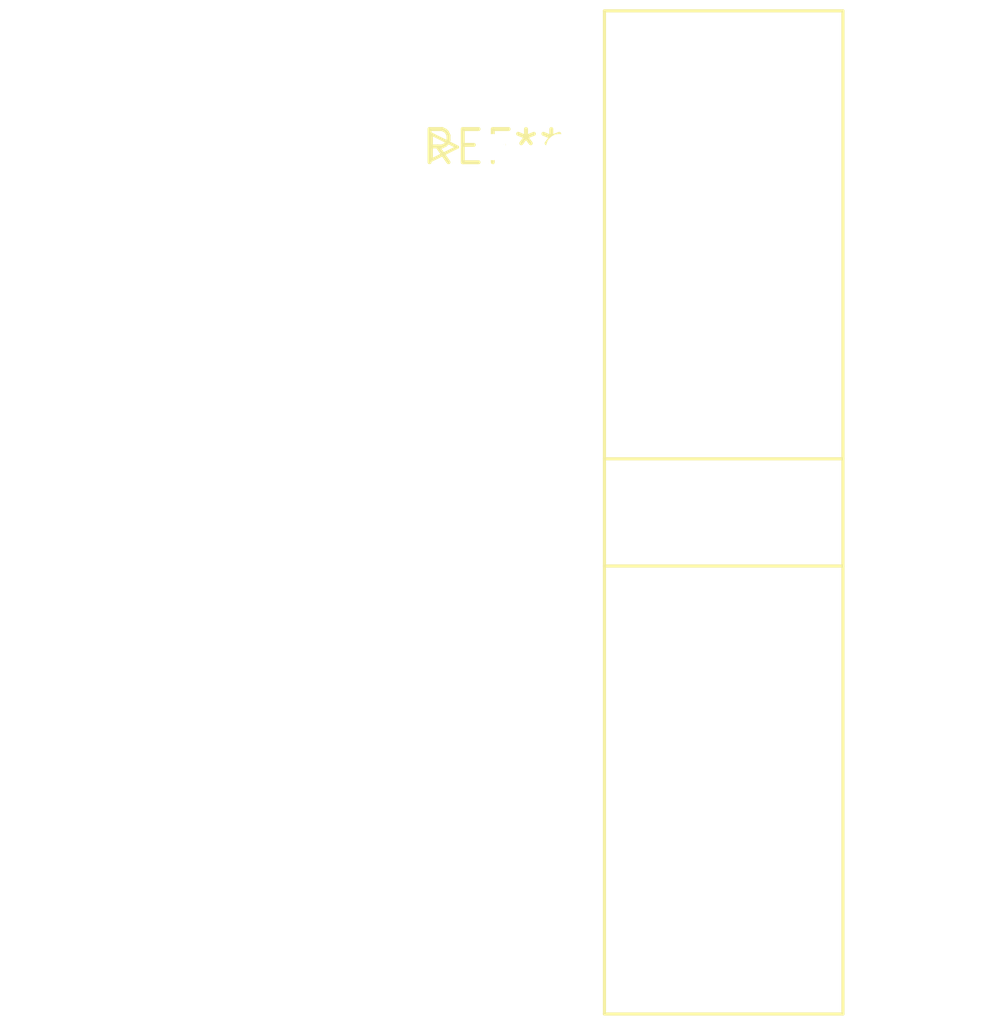
<source format=kicad_pcb>
(kicad_pcb (version 20240108) (generator pcbnew)
  (layers (0 "F.Cu" signal) (31 "B.Cu" signal) (34 "B.Paste" user) (35 "F.Paste" user) (36 "B.SilkS" user "B.Silkscreen") (37 "F.SilkS" user "F.Silkscreen") (38 "B.Mask" user) (39 "F.Mask" user) (44 "Edge.Cuts" user))
  (net 0 "")
  (footprint "IDC-Header_2x12_P2.54mm_Horizontal" (layer "F.Cu") (at 0 0)
    (property "Reference" "REF**")
    (property "Value" "IDC-Header_2x12_P2.54mm_Horizontal")
    (fp_line (start -2.35 -0.5) (end -2.35 0.5) (layer "F.SilkS") (stroke (width 0.12)))
    (fp_line (start -2.35 0.5) (end -1.35 0) (layer "F.SilkS") (stroke (width 0.12)))
    (fp_line (start -1.35 0) (end -2.35 -0.5) (layer "F.SilkS") (stroke (width 0.12)))
    (fp_line (start 4.27 -5.21) (end 13.39 -5.21) (layer "F.SilkS") (stroke (width 0.12)))
    (fp_line (start 4.27 11.92) (end 13.39 11.92) (layer "F.SilkS") (stroke (width 0.12)))
    (fp_line (start 4.27 16.02) (end 13.39 16.02) (layer "F.SilkS") (stroke (width 0.12)))
    (fp_line (start 4.27 33.15) (end 4.27 -5.21) (layer "F.SilkS") (stroke (width 0.12)))
    (fp_line (start 13.39 -5.21) (end 13.39 33.15) (layer "F.SilkS") (stroke (width 0.12)))
    (fp_line (start 13.39 33.15) (end 4.27 33.15) (layer "F.SilkS") (stroke (width 0.12)))
    (pad "1" thru_hole roundrect (at 0 0) (size 1.7 1.7) (drill 1) (layers *.Cu *.Mask) (remove_unused_layers) (roundrect_rratio 0.147059))
    (pad "2" thru_hole circle (at 2.54 0) (size 1.7 1.7) (drill 1) (layers *.Cu *.Mask) (remove_unused_layers))
    (pad "3" thru_hole circle (at 0 2.54) (size 1.7 1.7) (drill 1) (layers *.Cu *.Mask) (remove_unused_layers))
    (pad "4" thru_hole circle (at 2.54 2.54) (size 1.7 1.7) (drill 1) (layers *.Cu *.Mask) (remove_unused_layers))
    (pad "5" thru_hole circle (at 0 5.08) (size 1.7 1.7) (drill 1) (layers *.Cu *.Mask) (remove_unused_layers))
    (pad "6" thru_hole circle (at 2.54 5.08) (size 1.7 1.7) (drill 1) (layers *.Cu *.Mask) (remove_unused_layers))
    (pad "7" thru_hole circle (at 0 7.62) (size 1.7 1.7) (drill 1) (layers *.Cu *.Mask) (remove_unused_layers))
    (pad "8" thru_hole circle (at 2.54 7.62) (size 1.7 1.7) (drill 1) (layers *.Cu *.Mask) (remove_unused_layers))
    (pad "9" thru_hole circle (at 0 10.16) (size 1.7 1.7) (drill 1) (layers *.Cu *.Mask) (remove_unused_layers))
    (pad "10" thru_hole circle (at 2.54 10.16) (size 1.7 1.7) (drill 1) (layers *.Cu *.Mask) (remove_unused_layers))
    (pad "11" thru_hole circle (at 0 12.7) (size 1.7 1.7) (drill 1) (layers *.Cu *.Mask) (remove_unused_layers))
    (pad "12" thru_hole circle (at 2.54 12.7) (size 1.7 1.7) (drill 1) (layers *.Cu *.Mask) (remove_unused_layers))
    (pad "13" thru_hole circle (at 0 15.24) (size 1.7 1.7) (drill 1) (layers *.Cu *.Mask) (remove_unused_layers))
    (pad "14" thru_hole circle (at 2.54 15.24) (size 1.7 1.7) (drill 1) (layers *.Cu *.Mask) (remove_unused_layers))
    (pad "15" thru_hole circle (at 0 17.78) (size 1.7 1.7) (drill 1) (layers *.Cu *.Mask) (remove_unused_layers))
    (pad "16" thru_hole circle (at 2.54 17.78) (size 1.7 1.7) (drill 1) (layers *.Cu *.Mask) (remove_unused_layers))
    (pad "17" thru_hole circle (at 0 20.32) (size 1.7 1.7) (drill 1) (layers *.Cu *.Mask) (remove_unused_layers))
    (pad "18" thru_hole circle (at 2.54 20.32) (size 1.7 1.7) (drill 1) (layers *.Cu *.Mask) (remove_unused_layers))
    (pad "19" thru_hole circle (at 0 22.86) (size 1.7 1.7) (drill 1) (layers *.Cu *.Mask) (remove_unused_layers))
    (pad "20" thru_hole circle (at 2.54 22.86) (size 1.7 1.7) (drill 1) (layers *.Cu *.Mask) (remove_unused_layers))
    (pad "21" thru_hole circle (at 0 25.4) (size 1.7 1.7) (drill 1) (layers *.Cu *.Mask) (remove_unused_layers))
    (pad "22" thru_hole circle (at 2.54 25.4) (size 1.7 1.7) (drill 1) (layers *.Cu *.Mask) (remove_unused_layers))
    (pad "23" thru_hole circle (at 0 27.94) (size 1.7 1.7) (drill 1) (layers *.Cu *.Mask) (remove_unused_layers))
    (pad "24" thru_hole circle (at 2.54 27.94) (size 1.7 1.7) (drill 1) (layers *.Cu *.Mask) (remove_unused_layers))
  )
)
</source>
